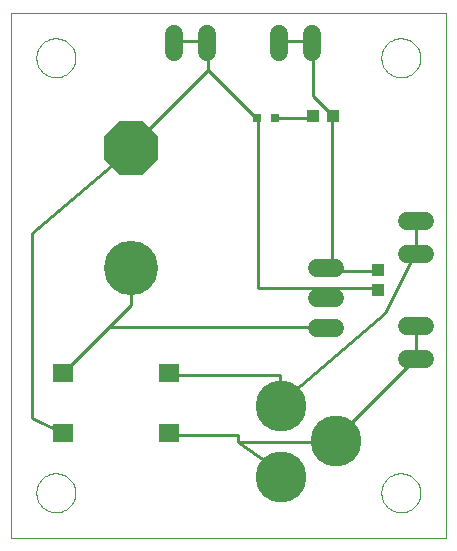
<source format=gtl>
G75*
G70*
%OFA0B0*%
%FSLAX24Y24*%
%IPPOS*%
%LPD*%
%AMOC8*
5,1,8,0,0,1.08239X$1,22.5*
%
%ADD10C,0.0000*%
%ADD11C,0.1700*%
%ADD12R,0.0669X0.0591*%
%ADD13C,0.0600*%
%ADD14C,0.1810*%
%ADD15OC8,0.1810*%
%ADD16R,0.0315X0.0315*%
%ADD17R,0.0433X0.0394*%
%ADD18R,0.0394X0.0433*%
%ADD19C,0.0100*%
D10*
X000130Y001500D02*
X000130Y019000D01*
X014630Y019000D01*
X014630Y001500D01*
X000130Y001500D01*
X000980Y003000D02*
X000982Y003050D01*
X000988Y003100D01*
X000998Y003150D01*
X001011Y003198D01*
X001028Y003246D01*
X001049Y003292D01*
X001073Y003336D01*
X001101Y003378D01*
X001132Y003418D01*
X001166Y003455D01*
X001203Y003490D01*
X001242Y003521D01*
X001283Y003550D01*
X001327Y003575D01*
X001373Y003597D01*
X001420Y003615D01*
X001468Y003629D01*
X001517Y003640D01*
X001567Y003647D01*
X001617Y003650D01*
X001668Y003649D01*
X001718Y003644D01*
X001768Y003635D01*
X001816Y003623D01*
X001864Y003606D01*
X001910Y003586D01*
X001955Y003563D01*
X001998Y003536D01*
X002038Y003506D01*
X002076Y003473D01*
X002111Y003437D01*
X002144Y003398D01*
X002173Y003357D01*
X002199Y003314D01*
X002222Y003269D01*
X002241Y003222D01*
X002256Y003174D01*
X002268Y003125D01*
X002276Y003075D01*
X002280Y003025D01*
X002280Y002975D01*
X002276Y002925D01*
X002268Y002875D01*
X002256Y002826D01*
X002241Y002778D01*
X002222Y002731D01*
X002199Y002686D01*
X002173Y002643D01*
X002144Y002602D01*
X002111Y002563D01*
X002076Y002527D01*
X002038Y002494D01*
X001998Y002464D01*
X001955Y002437D01*
X001910Y002414D01*
X001864Y002394D01*
X001816Y002377D01*
X001768Y002365D01*
X001718Y002356D01*
X001668Y002351D01*
X001617Y002350D01*
X001567Y002353D01*
X001517Y002360D01*
X001468Y002371D01*
X001420Y002385D01*
X001373Y002403D01*
X001327Y002425D01*
X001283Y002450D01*
X001242Y002479D01*
X001203Y002510D01*
X001166Y002545D01*
X001132Y002582D01*
X001101Y002622D01*
X001073Y002664D01*
X001049Y002708D01*
X001028Y002754D01*
X001011Y002802D01*
X000998Y002850D01*
X000988Y002900D01*
X000982Y002950D01*
X000980Y003000D01*
X000980Y017500D02*
X000982Y017550D01*
X000988Y017600D01*
X000998Y017650D01*
X001011Y017698D01*
X001028Y017746D01*
X001049Y017792D01*
X001073Y017836D01*
X001101Y017878D01*
X001132Y017918D01*
X001166Y017955D01*
X001203Y017990D01*
X001242Y018021D01*
X001283Y018050D01*
X001327Y018075D01*
X001373Y018097D01*
X001420Y018115D01*
X001468Y018129D01*
X001517Y018140D01*
X001567Y018147D01*
X001617Y018150D01*
X001668Y018149D01*
X001718Y018144D01*
X001768Y018135D01*
X001816Y018123D01*
X001864Y018106D01*
X001910Y018086D01*
X001955Y018063D01*
X001998Y018036D01*
X002038Y018006D01*
X002076Y017973D01*
X002111Y017937D01*
X002144Y017898D01*
X002173Y017857D01*
X002199Y017814D01*
X002222Y017769D01*
X002241Y017722D01*
X002256Y017674D01*
X002268Y017625D01*
X002276Y017575D01*
X002280Y017525D01*
X002280Y017475D01*
X002276Y017425D01*
X002268Y017375D01*
X002256Y017326D01*
X002241Y017278D01*
X002222Y017231D01*
X002199Y017186D01*
X002173Y017143D01*
X002144Y017102D01*
X002111Y017063D01*
X002076Y017027D01*
X002038Y016994D01*
X001998Y016964D01*
X001955Y016937D01*
X001910Y016914D01*
X001864Y016894D01*
X001816Y016877D01*
X001768Y016865D01*
X001718Y016856D01*
X001668Y016851D01*
X001617Y016850D01*
X001567Y016853D01*
X001517Y016860D01*
X001468Y016871D01*
X001420Y016885D01*
X001373Y016903D01*
X001327Y016925D01*
X001283Y016950D01*
X001242Y016979D01*
X001203Y017010D01*
X001166Y017045D01*
X001132Y017082D01*
X001101Y017122D01*
X001073Y017164D01*
X001049Y017208D01*
X001028Y017254D01*
X001011Y017302D01*
X000998Y017350D01*
X000988Y017400D01*
X000982Y017450D01*
X000980Y017500D01*
X012480Y017500D02*
X012482Y017550D01*
X012488Y017600D01*
X012498Y017650D01*
X012511Y017698D01*
X012528Y017746D01*
X012549Y017792D01*
X012573Y017836D01*
X012601Y017878D01*
X012632Y017918D01*
X012666Y017955D01*
X012703Y017990D01*
X012742Y018021D01*
X012783Y018050D01*
X012827Y018075D01*
X012873Y018097D01*
X012920Y018115D01*
X012968Y018129D01*
X013017Y018140D01*
X013067Y018147D01*
X013117Y018150D01*
X013168Y018149D01*
X013218Y018144D01*
X013268Y018135D01*
X013316Y018123D01*
X013364Y018106D01*
X013410Y018086D01*
X013455Y018063D01*
X013498Y018036D01*
X013538Y018006D01*
X013576Y017973D01*
X013611Y017937D01*
X013644Y017898D01*
X013673Y017857D01*
X013699Y017814D01*
X013722Y017769D01*
X013741Y017722D01*
X013756Y017674D01*
X013768Y017625D01*
X013776Y017575D01*
X013780Y017525D01*
X013780Y017475D01*
X013776Y017425D01*
X013768Y017375D01*
X013756Y017326D01*
X013741Y017278D01*
X013722Y017231D01*
X013699Y017186D01*
X013673Y017143D01*
X013644Y017102D01*
X013611Y017063D01*
X013576Y017027D01*
X013538Y016994D01*
X013498Y016964D01*
X013455Y016937D01*
X013410Y016914D01*
X013364Y016894D01*
X013316Y016877D01*
X013268Y016865D01*
X013218Y016856D01*
X013168Y016851D01*
X013117Y016850D01*
X013067Y016853D01*
X013017Y016860D01*
X012968Y016871D01*
X012920Y016885D01*
X012873Y016903D01*
X012827Y016925D01*
X012783Y016950D01*
X012742Y016979D01*
X012703Y017010D01*
X012666Y017045D01*
X012632Y017082D01*
X012601Y017122D01*
X012573Y017164D01*
X012549Y017208D01*
X012528Y017254D01*
X012511Y017302D01*
X012498Y017350D01*
X012488Y017400D01*
X012482Y017450D01*
X012480Y017500D01*
X012480Y003000D02*
X012482Y003050D01*
X012488Y003100D01*
X012498Y003150D01*
X012511Y003198D01*
X012528Y003246D01*
X012549Y003292D01*
X012573Y003336D01*
X012601Y003378D01*
X012632Y003418D01*
X012666Y003455D01*
X012703Y003490D01*
X012742Y003521D01*
X012783Y003550D01*
X012827Y003575D01*
X012873Y003597D01*
X012920Y003615D01*
X012968Y003629D01*
X013017Y003640D01*
X013067Y003647D01*
X013117Y003650D01*
X013168Y003649D01*
X013218Y003644D01*
X013268Y003635D01*
X013316Y003623D01*
X013364Y003606D01*
X013410Y003586D01*
X013455Y003563D01*
X013498Y003536D01*
X013538Y003506D01*
X013576Y003473D01*
X013611Y003437D01*
X013644Y003398D01*
X013673Y003357D01*
X013699Y003314D01*
X013722Y003269D01*
X013741Y003222D01*
X013756Y003174D01*
X013768Y003125D01*
X013776Y003075D01*
X013780Y003025D01*
X013780Y002975D01*
X013776Y002925D01*
X013768Y002875D01*
X013756Y002826D01*
X013741Y002778D01*
X013722Y002731D01*
X013699Y002686D01*
X013673Y002643D01*
X013644Y002602D01*
X013611Y002563D01*
X013576Y002527D01*
X013538Y002494D01*
X013498Y002464D01*
X013455Y002437D01*
X013410Y002414D01*
X013364Y002394D01*
X013316Y002377D01*
X013268Y002365D01*
X013218Y002356D01*
X013168Y002351D01*
X013117Y002350D01*
X013067Y002353D01*
X013017Y002360D01*
X012968Y002371D01*
X012920Y002385D01*
X012873Y002403D01*
X012827Y002425D01*
X012783Y002450D01*
X012742Y002479D01*
X012703Y002510D01*
X012666Y002545D01*
X012632Y002582D01*
X012601Y002622D01*
X012573Y002664D01*
X012549Y002708D01*
X012528Y002754D01*
X012511Y002802D01*
X012498Y002850D01*
X012488Y002900D01*
X012482Y002950D01*
X012480Y003000D01*
D11*
X010980Y004713D03*
X009130Y005894D03*
X009130Y003531D03*
D12*
X005402Y004996D03*
X005402Y007004D03*
X001858Y007004D03*
X001858Y004996D03*
D13*
X010330Y008500D02*
X010930Y008500D01*
X010930Y009500D02*
X010330Y009500D01*
X010330Y010500D02*
X010930Y010500D01*
X013330Y010950D02*
X013930Y010950D01*
X013930Y012050D02*
X013330Y012050D01*
X013330Y008550D02*
X013930Y008550D01*
X013930Y007450D02*
X013330Y007450D01*
X010180Y017700D02*
X010180Y018300D01*
X009080Y018300D02*
X009080Y017700D01*
X006680Y017700D02*
X006680Y018300D01*
X005580Y018300D02*
X005580Y017700D01*
D14*
X004130Y010500D03*
D15*
X004130Y014500D03*
D16*
X008335Y015500D03*
X008925Y015500D03*
D17*
X010195Y015550D03*
X010865Y015550D03*
D18*
X012380Y010435D03*
X012380Y009765D03*
D19*
X012370Y009820D01*
X010690Y009820D01*
X008370Y009820D01*
X008370Y015500D01*
X008335Y015500D01*
X008290Y015500D01*
X006690Y017100D01*
X004130Y014540D01*
X004130Y014500D01*
X004130Y014460D01*
X000830Y011660D01*
X000830Y005500D01*
X001810Y005020D01*
X001858Y004996D01*
X001858Y007004D02*
X001890Y007020D01*
X003410Y008540D01*
X010610Y008540D01*
X010630Y008500D01*
X010630Y009500D02*
X010690Y009500D01*
X010690Y009820D01*
X010690Y010380D02*
X010690Y010460D01*
X010630Y010500D01*
X010690Y010540D01*
X010850Y010700D01*
X010850Y015500D01*
X010865Y015550D01*
X010850Y015580D01*
X010210Y016220D01*
X010210Y017980D01*
X010180Y018000D01*
X010130Y018060D01*
X009090Y018060D01*
X009080Y018000D01*
X008925Y015500D02*
X010130Y015500D01*
X010195Y015550D01*
X013630Y012050D02*
X013650Y011980D01*
X013650Y011020D01*
X013630Y010950D01*
X013570Y010940D01*
X013110Y009980D01*
X012610Y009000D01*
X009090Y005980D01*
X009130Y005894D01*
X009090Y005900D01*
X009090Y005980D01*
X009090Y006940D01*
X005410Y006940D01*
X005402Y007004D01*
X005402Y004996D02*
X005410Y004940D01*
X007690Y004940D01*
X007690Y004700D01*
X010930Y004700D01*
X010980Y004713D01*
X011010Y004780D01*
X011010Y004860D01*
X013570Y007420D01*
X013630Y007450D01*
X013650Y007500D01*
X013650Y008540D01*
X013630Y008550D01*
X012370Y010380D02*
X012380Y010435D01*
X012370Y010380D02*
X010690Y010380D01*
X007690Y004700D02*
X008690Y003980D01*
X009090Y003580D01*
X009130Y003531D01*
X003410Y008540D02*
X004130Y009260D01*
X004130Y010500D01*
X006690Y017100D02*
X006690Y017980D01*
X006680Y018000D01*
X006610Y018060D01*
X005650Y018060D01*
X005580Y018000D01*
M02*

</source>
